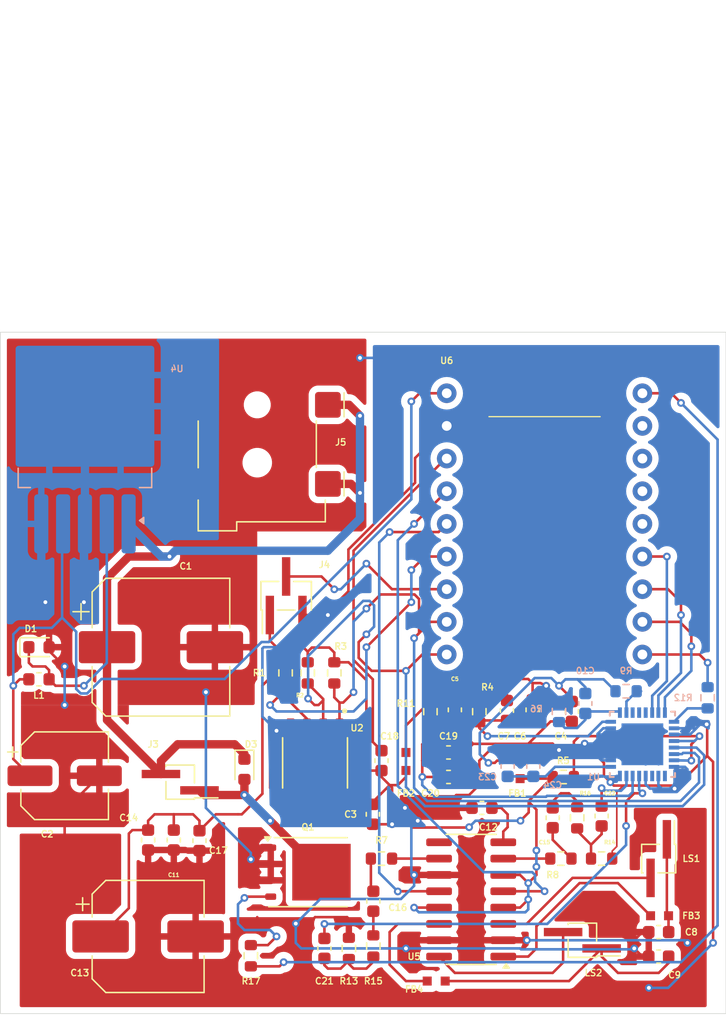
<source format=kicad_pcb>
(kicad_pcb (version 20240108) (generator "pcbnew") (generator_version "8.0")
  (layers (0 "F.Cu" signal "Front") (1 "In1.Cu" signal) (2 "In2.Cu" signal) (31 "B.Cu" signal "Back") (34 "B.Paste" user) (35 "F.Paste" user) (36 "B.SilkS" user "B.Silkscreen") (37 "F.SilkS" user "F.Silkscreen") (38 "B.Mask" user) (39 "F.Mask" user) (44 "Edge.Cuts" user))
  (net 0 "")
  (net 1 "GND")
  (net 2 "Net-(D3-K)")
  (net 3 "/BuckConverter/5V_OUT")
  (net 4 "+3V3")
  (net 5 "/AudioCodec/VDDD")
  (net 6 "/AudioCodec/VDDA")
  (net 7 "/AudioCodec/VADCP")
  (net 8 "Net-(C8-Pad1)")
  (net 9 "Net-(C9-Pad1)")
  (net 10 "Net-(U1-RESET)")
  (net 11 "Net-(U5-VREF)")
  (net 12 "/AudioAmplifier/L_IN")
  (net 13 "Net-(C15-Pad2)")
  (net 14 "/AudioAmplifier/R_IN")
  (net 15 "Net-(C16-Pad2)")
  (net 16 "Net-(U6-3V3_OUT)")
  (net 17 "/AudioCodec/VDDA(DA)")
  (net 18 "Net-(U1-VOUTR)")
  (net 19 "Net-(C21-Pad2)")
  (net 20 "Net-(C22-Pad1)")
  (net 21 "Net-(U1-VOUTL)")
  (net 22 "/AudioCodec/VREF")
  (net 23 "Net-(D1-K)")
  (net 24 "Net-(D3-A)")
  (net 25 "Net-(U5-LOUT+)")
  (net 26 "Net-(U5-ROUT-)")
  (net 27 "Net-(J4-Pin_2)")
  (net 28 "Net-(Q1-G)")
  (net 29 "/TempSensor/ALERT")
  (net 30 "/AudioCodec/SCL")
  (net 31 "/AudioCodec/SDA")
  (net 32 "/AudioCodec/A1")
  (net 33 "Net-(U5-INR)")
  (net 34 "Net-(U5-INL)")
  (net 35 "Net-(U1-VDDD)")
  (net 36 "/BuckConverter/PWM_IN")
  (net 37 "/CODEC.SYSCLK")
  (net 38 "Net-(U1-SYSCLK)")
  (net 40 "/CODEC.DATAI")
  (net 41 "/CODEC.BCKI")
  (net 44 "/CODEC.WSI")
  (net 48 "Net-(U5-ROUT+)")
  (net 49 "Net-(U5-LOUT-)")
  (net 50 "/AudioAmplifier/MUTE_IN")
  (net 51 "/AudioAmplifier/SHDN_IN")
  (footprint "Resistor_SMD:R_0603_1608Metric" (layer "F.Cu") (at 120 75.5 90)
    (property "Reference" "R17")
    (property "Value" "1k")
  )
  (footprint "Resistor_SMD:R_0603_1608Metric" (layer "F.Cu") (at 133.985 56.515 90)
    (property "Reference" "R11")
    (property "Value" "1")
  )
  (footprint "Capacitor_SMD:C_0603_1608Metric" (layer "F.Cu") (at 151.765 75.565 180)
    (property "Reference" "C9")
    (property "Value" "220p")
  )
  (footprint "Resistor_SMD:R_0603_1608Metric" (layer "F.Cu") (at 147.32 67.945)
    (property "Reference" "R14")
    (property "Value" "10k")
  )
  (footprint "Diode_SMD:D_0603_1608Metric" (layer "F.Cu") (at 103.5 51.5)
    (property "Reference" "D1")
    (property "Value" "1N5822")
  )
  (footprint "Capacitor_SMD:C_0603_1608Metric" (layer "F.Cu") (at 112 66.5 -90)
    (property "Reference" "C14")
    (property "Value" "1u")
  )
  (footprint "Capacitor_SMD:C_0603_1608Metric" (layer "F.Cu") (at 129.54 71.26 90)
    (property "Reference" "C16")
    (property "Value" "0.47u")
  )
  (footprint "Capacitor_SMD:CP_Elec_6.3x7.7" (layer "F.Cu") (at 105.5 61.5)
    (property "Reference" "C2")
    (property "Value" "220u")
  )
  (footprint "Package_TO_SOT_SMD:TDSON-8-1" (layer "F.Cu") (at 124.45 69)
    (property "Reference" "Q1")
    (property "Value" "FDMS86255")
  )
  (footprint "Capacitor_SMD:C_0603_1608Metric" (layer "F.Cu") (at 135.395 59.69 180)
    (property "Reference" "C19")
    (property "Value" "100u")
  )
  (footprint "OtherComponents:FerriteBead_742861160_0603" (layer "F.Cu") (at 133.735 77.47)
    (property "Reference" "FB4")
    (property "Value" "FerriteBead")
  )
  (footprint "Resistor_SMD:R_0603_1608Metric" (layer "F.Cu") (at 126.5 53.5 -90)
    (property "Reference" "R3")
    (property "Value" "4.7k")
  )
  (footprint "Connector_PinHeader_1.27mm:PinHeader_1x02_P1.27mm_Vertical_SMD_Pin1Left" (layer "F.Cu") (at 151.765 67.945 -90)
    (property "Reference" "LS1")
    (property "Value" "Speaker")
  )
  (footprint "Resistor_SMD:R_0603_1608Metric" (layer "F.Cu") (at 144.145 67.945 180)
    (property "Reference" "R8")
    (property "Value" "18k")
  )
  (footprint "Diode_SMD:D_0603_1608Metric" (layer "F.Cu") (at 119.5 61 -90)
    (property "Reference" "D3")
    (property "Value" "D")
  )
  (footprint "ESP32_C3_ZERO_Library:ESP32_C3_ZERO" (layer "F.Cu") (at 135.255 31.75)
    (property "Reference" "U6")
    (property "Value" "ESP32_C3_ZERO")
  )
  (footprint "Resistor_SMD:R_0603_1608Metric" (layer "F.Cu") (at 129.54 74.74 90)
    (property "Reference" "R15")
    (property "Value" "100")
  )
  (footprint "Capacitor_SMD:CP_Elec_10x12.5" (layer "F.Cu") (at 113 51.5)
    (property "Reference" "C1")
    (property "Value" "680u")
  )
  (footprint "Capacitor_SMD:C_0603_1608Metric" (layer "F.Cu") (at 143.51 64.77 -90)
    (property "Reference" "C15")
    (property "Value" "0.47u")
  )
  (footprint "OtherComponents:FerriteBead_742861160_0603" (layer "F.Cu") (at 151.13 72.39)
    (property "Reference" "FB3")
    (property "Value" "FerriteBead")
  )
  (footprint "TMP175AIDR:TMP-SOIC127P599X175-8N" (layer "F.Cu") (at 125 60.5 -90)
    (property "Reference" "U2")
    (property "Value" "TMP175AIDR")
  )
  (footprint "OtherComponents:FerriteBead_742861160_0603" (layer "F.Cu") (at 140.97 61.725 90)
    (property "Reference" "FB1")
    (property "Value" "FerriteBead" (hide yes))
  )
  (footprint "Resistor_SMD:R_0603_1608Metric" (layer "F.Cu") (at 130.175 67.945)
    (property "Reference" "R7")
    (property "Value" "18k")
  )
  (footprint "Resistor_SMD:R_0603_1608Metric" (layer "F.Cu") (at 145.415 64.77 90)
    (property "Reference" "R16")
    (property "Value" "100")
  )
  (footprint "Connector_PinHeader_1.27mm:PinHeader_1x02_P1.27mm_Vertical_SMD_Pin1Left" (layer "F.Cu") (at 145.82 74.295 180)
    (property "Reference" "LS2")
    (property "Value" "Speaker")
  )
  (footprint "Capacitor_SMD:C_0603_1608Metric" (layer "F.Cu") (at 139.945 56.425 -90)
    (property "Reference" "C7")
    (property "Value" "0.1u")
  )
  (footprint "Connector_PinHeader_1.27mm:PinHeader_1x03_P1.27mm_Vertical_SMD_Pin1Left" (layer "F.Cu") (at 122.75 47.5 90)
    (property "Reference" "J4")
    (property "Value" "Kitronik")
  )
  (footprint "Capacitor_SMD:C_0603_1608Metric" (layer "F.Cu") (at 147.32 64.63 90)
    (property "Reference" "C22")
    (property "Value" "47u")
  )
  (footprint "Connector_BarrelJack:BarrelJack_Wuerth_694106106102_2.0x5.5mm" (layer "F.Cu") (at 120.5 35.725 180)
    (property "Reference" "J5")
    (property "Value" "694106402002")
    (property "VALUE" "694106402002" (hide yes))
  )
  (footprint "Inductor_SMD:L_0603_1608Metric" (layer "F.Cu") (at 103.5 54)
    (property "Reference" "L1")
    (property "Value" "33u")
  )
  (footprint "Capacitor_SMD:C_0603_1608Metric" (layer "F.Cu") (at 116 66.55 -90)
    (property "Reference" "C17")
    (property "Value" "1u")
  )
  (footprint "Connector_PinHeader_1.27mm:PinHeader_1x02_P1.27mm_Vertical_SMD_Pin1Left" (layer "F.Cu") (at 114.5 62 180)
    (property "Reference" "J3")
    (property "Value" "Water_Pump")
  )
  (footprint "Capacitor_SMD:C_0603_1608Metric" (layer "F.Cu") (at 125.73 74.93 -90)
    (property "Reference" "C21")
    (property "Value" "47u")
  )
  (footprint "Capacitor_SMD:C_0603_1608Metric" (layer "F.Cu") (at 114 66.5 -90)
    (property "Reference" "C11")
    (property "Value" "1u")
  )
  (footprint "Capacitor_SMD:C_0603_1608Metric" (layer "F.Cu") (at 145 56.5 -90)
    (property "Reference" "C4")
    (property "Value" "100u")
  )
  (footprint "Capacitor_SMD:CP_Elec_8x10.5" (layer "F.Cu") (at 112 74)
    (property "Reference" "C13")
    (property "Value" "470u")
  )
  (footprint "Capacitor_SMD:C_0603_1608Metric" (layer "F.Cu") (at 141.945 56.375 -90)
    (property "Reference" "C6")
    (property "Value" "100u")
  )
  (footprint "Capacitor_SMD:C_0603_1608Metric" (layer "F.Cu") (at 151.765 73.66 180)
    (property "Reference" "C8")
    (property "Value" "220p")
  )
  (footprint "Resistor_SMD:R_0603_1608Metric" (layer "F.Cu") (at 127.635 74.93 -90)
    (property "Reference" "R13")
    (property "Value" "10k")
  )
  (footprint "Capacitor_SMD:C_0603_1608Metric" (layer "F.Cu") (at 138 64)
    (property "Reference" "C12")
    (property "Value" "0.1u")
  )
  (footprint "Resistor_SMD:R_0603_1608Metric" (layer "F.Cu") (at 124.43 53.5 -90)
    (property "Reference" "R2")
    (property "Value" "4.7k")
  )
  (footprint "Capacitor_SMD:C_0603_1608Metric" (layer "F.Cu") (at 135.89 56.375 -90)
    (property "Reference" "C5")
    (property "Value" "100u")
  )
  (footprint "Capacitor_SMD:C_0603_1608Metric" (layer "F.Cu") (at 129.5 64.5 -90)
    (property "Reference" "C3")
    (property "Value" "0.01u")
  )
  (footprint "Package_SO:SOP-16_3.9x9.9mm_P1.27mm" (layer "F.Cu") (at 137.16 71.12 180)
    (property "Reference" "U5")
    (property "Value" "PAM8403D" (hide yes))
  )
  (footprint "Capacitor_SMD:C_0603_1608Metric" (layer "F.Cu") (at 130.175 60.325 -90)
    (property "Reference" "C18")
    (property "Value" "0.01u")
  )
  (footprint "Capacitor_SMD:C_0603_1608Metric" (layer "F.Cu") (at 135.395 61.595 180)
    (property "Reference" "C20")
    (property "Value" "0.1u")
  )
  (footprint "Resistor_SMD:R_0603_1608Metric" (layer "F.Cu") (at 137.795 56.515 -90)
    (property "Reference" "R4")
    (property "Value" "100")
  )
  (footprint "Resistor_SMD:R_0603_1608Metric" (layer "F.Cu") (at 144.335 61.595 180)
    (property "Reference" "R5")
    (property "Value" "10k")
  )
  (footprint "Resistor_SMD:R_0603_1608Metric" (layer "F.Cu") (at 122.705 53.5 -90)
    (property "Reference" "R1")
    (property "Value" "4.7k")
  )
  (footprint "OtherComponents:FerriteBead_742861160_0603" (layer "F.Cu") (at 132.08 59.69 -90)
    (property "Reference" "FB2")
    (property "Value" "FB" (hide yes))
  )
  (footprint "Resistor_SMD:R_0603_1608Metric" (layer "B.Cu") (at 149.225 54.9275 180)
    (property "Reference" "R9")
    (property "Value" "10")
  )
  (footprint "Capacitor_SMD:C_0603_1608Metric" (layer "B.Cu") (at 146.05 55.88 -90)
    (property "Reference" "C10")
    (property "Value" "4.7u")
  )
  (footprint "Resistor_SMD:R_0603_1608Metric" (layer "B.Cu") (at 155.575 55.435 90)
    (property "Reference" "R12")
    (property "Value" "47")
  )
  (footprint "Capacitor_SMD:C_0603_1608Metric" (layer "B.Cu") (at 142 60.775 -90)
    (property "Reference" "C24")
    (property "Value" "100u")
  )
  (footprint "UDA1380HN_N2:QFN50P500X500X100-32N" (layer "B.Cu") (at 150.495 59.055 -90)
    (property "Reference" "U1")
    (property "Value" "UDA1380HN_N2")
  )
  (footprint "Resistor_SMD:R_0603_1608Metric" (layer "B.Cu") (at 144 56.5 -90)
    (property "Reference" "R6")
    (property "Value" "47k")
  )
  (footprint "Package_TO_SOT_SMD:TO-263-5_TabPin3" (layer "B.Cu") (at 107.08 34.26 90)
    (property "Reference" "U4")
    (property "Value" "LM2596S-5")
  )
  (footprint "Capacitor_SMD:C_0603_1608Metric" (layer "B.Cu") (at 140 60.775 -90)
    (property "Reference" "C23")
    (property "Value" "0.1u")
  )
  (gr_rect (start 100.5 27) (end 157 80) (stroke (width 0.05)) (fill none) (layer "Edge.Cuts"))
  (segment (start 124.5 73) (end 124.5 77.5) (width 0.2) (layer "F.Cu") (net 1))
  (segment (start 125.002 72.498) (end 125 72.5) (width 0.2) (layer "F.Cu") (net 1))
  (segment (start 126 48.75) (end 126 49) (width 0.2) (layer "F.Cu") (net 1))
  (segment (start 150.495 75.565) (end 149.86 74.93) (width 0.2) (layer "F.Cu") (net 1))
  (segment (start 108.2 61.5) (end 108.2 58.7) (width 0.2) (layer "F.Cu") (net 1))
  (segment (start 150.99 73.66) (end 150.495 73.66) (width 0.2) (layer "F.Cu") (net 1))
  (segment (start 120 68) (end 120.905 67.095) (width 0.6) (layer "F.Cu") (net 1))
  (segment (start 125.635 62.97) (end 125.635 64.365) (width 0.2) (layer "F.Cu") (net 1))
  (segment (start 107.5 79) (end 105.5 77) (width 0.2) (layer "F.Cu") (net 1))
  (segment (start 125.5 78.5) (end 150.5 78.5) (width 0.2) (layer "F.Cu") (net 1))
  (segment (start 141.605 59.02) (end 142.875 57.75) (width 0.2) (layer "F.Cu") (net 1))
  (segment (start 136.725 64) (end 136 64) (width 0.127) (layer "F.Cu") (net 1))
  (segment (start 136.64 59.69) (end 137.31 59.02) (width 0.2) (layer "F.Cu") (net 1))
  (segment (start 147.5 61.5) (end 148 62) (width 0.2) (layer "F.Cu") (net 1))
  (segment (start 148.145 67.945) (end 148.145 67.355) (width 0.127) (layer "F.Cu") (net 1))
  (segment (start 154.5 76.5) (end 152 79) (width 0.2) (layer "F.Cu") (net 1))
  (segment (start 120.905 67.095) (end 121.55 67.095) (width 0.6) (layer "F.Cu") (net 1))
  (segment (start 125.635 64.365) (end 125 65) (width 0.2) (layer "F.Cu") (net 1))
  (segment (start 154 74.5) (end 154.5 75) (width 0.2) (layer "F.Cu") (net 1))
  (segment (start 154.5 75) (end 154.5 76.5) (width 0.2) (layer "F.Cu") (net 1))
  (segment (start 156 74.5) (end 156 60.42) (width 0.2) (layer "F.Cu") (net 1))
  (segment (start 125.75 49) (end 125.75 49) (width 0.2) (layer "F.Cu") (net 1))
  (segment (start 123.095 58.03) (end 122.03 58.03) (width 0.2) (layer "F.Cu") (net 1))
  (segment (start 150.99 75.565) (end 150.495 75.565) (width 0.2) (layer "F.Cu") (net 1))
  (segment (start 132.79 36.79) (end 132.79 38.71) (width 0.2) (layer "F.Cu") (net 1))
  (segment (start 105.5 77) (end 105.5 64.2) (width 0.2) (layer "F.Cu") (net 1))
  (segment (start 107 45.5) (end 107 48) (width 0.65) (layer "F.Cu") (net 1))
  (segment (start 127.635 72.635) (end 127.498 72.498) (width 0.2) (layer "F.Cu") (net 1))
  (segment (start 121.5 62.44) (end 122.03 62.97) (width 0.2) (layer "F.Cu") (net 1))
  (segment (start 137.795 60.96) (end 137.795 60.325) (width 0.2) (layer "F.Cu") (net 1))
  (segment (start 120 68) (end 120 69) (width 0.6) (layer "F.Cu") (net 1))
  (segment (start 137.5 61.255) (end 137.795 60.96) (width 0.2) (layer "F.Cu") (net 1))
  (segment (start 148.5 67) (end 148.5 62.765) (width 0.127) (layer "F.Cu") (net 1))
  (segment (start 148.5 62.765) (end 149 62.265) (width 0.127) (layer "F.Cu") (net 1))
  (segment (start 152 79) (end 107.5 79) (width 0.2) (layer "F.Cu") (net 1))
  (segment (start 148.145 67.355) (end 148.5 67) (width 0.127) (layer "F.Cu") (net 1))
  (segment (start 122.03 58.03) (end 122 58) (width 0.2) (layer "F.Cu") (net 1))
  (segment (start 120 68) (end 120.365 68.365) (width 0.6) (layer "F.Cu") (net 1))
  (segment (start 104.2875 51.5) (end 104.2875 51.7875) (width 0.2) (layer "F.Cu") (net 1))
  (segment (start 125 72.5) (end 124.5 73) (width 0.2) (layer "F.Cu") (net 1))
  (segment (start 105.5 64.2) (end 108.2 61.5) (width 0.2) (layer "F.Cu") (net 1))
  (segment (start 137.5 62.5) (end 137.5 61.255) (width 0.2) (layer "F.Cu") (net 1))
  (segment (start 122 58) (end 121.5 58.5) (width 0.2) (layer "F.Cu") (net 1))
  (segment (start 142.5 59) (end 143.5 59) (width 0.2) (layer "F.Cu") (net 1))
  (segment (start 124.5 65) (end 125 65) (width 0.2) (layer "F.Cu") (net 1))
  (segment (start 143 54.5) (end 142.5575 54.2925) (width 0.2) (layer "F.Cu") (net 1))
  (segment (start 131 65.275) (end 125.275 65.275) (width 0.2) (layer "F.Cu") (net 1))
  (segment (start 141.9225 54.2925) (end 141.605 53.975) (width 0.2) (layer "F.Cu") (net 1))
  (segment (start 135.255 34.29) (end 133.95 35.595) (width 0.2) (layer "F.Cu") (net 1))
  (segment (start 134.66 69.215) (end 132.715 69.215) (width 0.2) (layer "F.Cu") (net 1))
  (segment (start 121.5 58.5) (end 121.5 62.44) (width 0.2) (layer "F.Cu") (net 1))
  (segment (start 139.065 59.055) (end 139.065 59.02) (width 0.2) (layer "F.Cu") (net 1))
  (segment (start 139.945 54.365) (end 139.945 55.65) (width 0.2) (layer "F.Cu") (net 1))
  (segment (start 143.5 59) (end 144 59.5) (width 0.2) (layer "F.Cu") (net 1))
  (segment (start 137.16 61.595) (end 137.795 60.96) (width 0.2) (layer "F.Cu") (net 1))
  (segment (start 135.5 64.5) (end 133.5 64.5) (width 0.127) (layer "F.Cu") (net 1))
  (segment (start 117.2 54.3) (end 117 54.5) (width 0.2) (layer "F.Cu") (net 1))
  (segment (start 133.5 64.5) (end 133 65) (width 0.127) (layer "F.Cu") (net 1))
  (segment (start 141.5 59.02) (end 141.605 59.02) (width 0.2) (layer "F.Cu") (net 1))
  (segment (start 142.875 54.61) (end 143 54.5) (width 0.2) (layer "F.Cu") (net 1))
  (segment (start 141.945 55.6) (end 141.945 54.315) (width 0.2) (layer "F.Cu") (net 1))
  (segment (start 132.79 38.71) (end 127.6 43.9) (width 0.2) (layer "F.Cu") (net 1))
  (segment (start 143.35 57.275) (end 142.875 57.75) (width 0.2) (layer "F.Cu") (net 1))
  (segment (start 146 59) (end 147.5 60.5) (width 0.2) (layer "F.Cu") (net 1))
  (segment (start 122.03 62.97) (end 123.095 62.97) (width 0.2) (layer "F.Cu") (net 1))
  (segment (start 133.95 35.63) (end 132.79 36.79) (width 0.2) (layer "F.Cu") (net 1))
  (segment (start 155.54 59.96) (end 153 62.5) (width 0.2) (layer "F.Cu") (net 1))
  (segment (start 132 64) (end 135 64) (width 0.2) (layer "F.Cu") (net 1))
  (segment (start 141.605 59.02) (end 141.625 59) (width 0.2) (layer "F.Cu") (net 1))
  (segment (start 141.945 54.315) (end 141.9225 54.2925) (width 0.2) (layer "F.Cu") (net 1))
  (segment (start 150.5 78.5) (end 151 78) (width 0.2) (layer "F.Cu") (net 1))
  (segment (start 124.02 49) (end 126 49) (width 0.2) (layer "F.Cu") (net 1))
  (segment (start 147.5 60.5) (end 147.5 61.5) (width 0.2) (layer "F.Cu") (net 1))
  (segment (start 123.095 64.595) (end 123.5 65) (width 0.2) (layer "F.Cu") (net 1))
  (segment (start 137 63) (end 137.5 62.5) (width 0.2) (layer "F.Cu") (net 1))
  (segment (start 136.17 59.69) (end 136.64 59.69) (width 0.2) (layer "F.Cu") (net 1))
  (segment (start 117.2 51.5) (end 118 51.5) (width 0.2) (layer "F.Cu") (net 1))
  (segment (start 149.86 74.93) (end 149.86 74.295) (width 0.2) (layer "F.Cu") (net 1))
  (segment (start 136 64) (end 135.5 64.5) (width 0.127) (layer "F.Cu") (net 1))
  (segment (start 134.66 74.295) (end 132.715 74.295) (width 0.2) (layer "F.Cu") (net 1))
  (segment (start 124.365 62.97) (end 124.365 64.865) (width 0.2) (layer "F.Cu") (net 1))
  (segment (start 104.2875 51.7875) (end 105.5 53) (width 0.2) (layer "F.Cu") (net 1))
  (segment (start 153 62.5) (end 152.765 62.265) (width 0.2) (layer "F.Cu") (net 1))
  (segment (start 137.31 59.02) (end 135.89 57.6) (width 0.2) (layer "F.Cu") (net 1))
  (segment (start 152.765 62.265) (end 149 62.265) (width 0.2) (layer "F.Cu") (net 1))
  (segment (start 124.5 77.5) (end 125.5 78.5) (width 0.2) (layer "F.Cu") (net 1))
  (segment (start 127.635 72.635) (end 127.635 74.105) (width 0.2) (layer "F.Cu") (net 1))
  (segment (start 127.498 72.498) (end 125.002 72.498) (width 0.2) (layer "F.Cu") (net 1))
  (segment (start 132.715 74.295) (end 132.08 74.93) (width 0.2) (layer "F.Cu") (net 1))
  (segment (start 150.0775 74.0775) (end 149.86 74.295) (width 0.2) (layer "F.Cu") (net 1))
  (segment (start 155.54 57.54) (end 155.54 59.96) (width 0.2) (layer "F.Cu") (net 1))
  (segment (start 136 63) (end 137 63) (width 0.2) (layer "F.Cu") (net 1))
  (segment (start 120 69) (end 120.635 69.635) (width 0.6) (layer "F.Cu") (net 1))
  (segment (start 135.89 57.6) (end 135.89 57.15) (width 0.2) (layer "F.Cu") (net 1))
  (segment (start 136.17 61.595) (end 137.16 61.595) (width 0.2) (layer "F.Cu") (net 1))
  (segment (start 156 60.42) (end 155.54 59.96) (width 0.2) (layer "F.Cu") (net 1))
  (segment (start 135 64) (end 136 63) (width 0.2) (layer "F.Cu") (net 1))
  (segment (start 127.6 47.15) (end 126 48.75) (width 0.2) (layer "F.Cu") (net 1))
  (segment (start 141.5 74.295) (end 141.605 74.295) (width 0.2) (layer "F.Cu") (net 1))
  (segment (start 123.5 65) (end 124.5 65) (width 0.2) (layer "F.Cu") (net 1))
  (segment (start 141.605 53.975) (end 140.335 53.975) (width 0.2) (layer "F.Cu") (net 1))
  (segment (start 142.5575 54.2925) (end 141.9225 54.2925) (width 0.2) (layer "F.Cu") (net 1))
  (segment (start 137.795 60.325) (end 139.065 59.055) (width 0.2) (layer "F.Cu") (net 1))
  (segment (start 125.275 65.275) (end 125 65) (width 0.2) (layer "F.Cu") (net 1))
  (segment (start 145 57.275) (end 143.35 57.275) (width 0.2) (layer "F.Cu") (net 1))
  (segment (start 120.498 72.498) (end 120.5 72.5) (width 0.2) (layer "F.Cu") (net 1))
  (segment (start 149 62.265) (end 148.265 62.265) (width 0.2) (layer "F.Cu") (net 1))
  (segment (start 148.265 62.265) (end 148 62) (width 0.2) (layer "F.Cu") (net 1))
  (segment (start 155.5 57.5) (end 155.54 57.54) (width 0.2) (layer "F.Cu") (net 1))
  (segment (start 127.6 43.9) (end 127.6 47.15) (width 0.2) (layer "F.Cu") (net 1))
  (segment (start 120.635 69.635) (end 121.55 69.635) (width 0.6) (layer "F.Cu") (net 1))
  (segment (start 117.2 51.5) (end 117.2 54.3) (width 0.2) (layer "F.Cu") (net 1))
  (segment (start 108.2 58.7) (end 105.5 56) (width 0.2) (layer "F.Cu") (net 1))
  (segment (start 141.5 59.02) (end 139.065 59.02) (width 0.2) (layer "F.Cu") (net 1))
  (segment (start 124.365 64.865) (end 124.5 65) (width 0.2) (layer "F.Cu") (net 1))
  (segment (start 123.095 62.97) (end 123.095 64.595) (width 0.2) (layer "F.Cu") (net 1))
  (segment (start 142.875 57.75) (end 142.875 54.61) (width 0.2) (layer "F.Cu") (net 1))
  (segment (start 141.625 59) (end 142.5 59) (width 0.2) (layer "F.Cu") (net 1))
  (segment (start 139.66 74.295) (end 141.5 74.295) (width 0.2) (layer "F.Cu") (net 1))
  (segment (start 120.365 68.365) (end 121.55 68.365) (width 0.6) (layer "F.Cu") (net 1))
  (segment (start 140.335 53.975) (end 139.945 54.365) (width 0.2) (layer "F.Cu") (net 1))
  (segment (start 150.495 73.66) (end 150.0775 74.0775) (width 0.2) (layer "F.Cu") (net 1))
  (segment (start 139.065 59.02) (end 137.31 59.02) (width 0.2) (layer "F.Cu") (net 1))
  (segment (start 117 54.5) (end 116.5 55) (width 0.2) (layer "F.Cu") (net 1))
  (segment (start 133.95 35.595) (end 133.95 35.63) (width 0.2) (layer "F.Cu") (net 1))
  (via (at 132.08 74.93) (size 0.6) (drill 0.3) (layers "F.Cu" "B.Cu") (net 1))
  (via (at 153 62.5) (size 0.6) (drill 0.3) (layers "F.Cu" "B.Cu") (net 1))
  (via (at 133 65) (size 0.6) (drill 0.3) (layers "F.Cu" "B.Cu") (net 1))
  (via (at 143 54.5) (size 0.6) (drill 0.3) (layers "F.Cu" "B.Cu") (net 1))
  (via (at 149.86 74.93) (size 0.6) (drill 0.3) (layers "F.Cu" "B.Cu") (net 1))
  (via (at 105.5 56) (size 0.6) (drill 0.3) (layers "F.Cu" "B.Cu") (net 1))
  (via (at 131 65.275) (size 0.6) (drill 0.3) (layers "F.Cu" "B.Cu") (net 1))
  (via (at 146 59) (size 0.6) (drill 0.3) (layers "F.Cu" "B.Cu") (net 1))
  (via (at 126 49) (size 0.6) (drill 0.3) (layers "F.Cu" "B.Cu") (net 1))
  (via (at 120 68) (size 0.6) (drill 0.3) (layers "F.Cu" "B.Cu") (net 1))
  (via (at 151 78) (size 0.6) (drill 0.3) (layers "F.Cu" "B.Cu") (net 1))
  (via (at 107 48) (size 0.6) (drill 0.3) (layers "F.Cu" "B.Cu") (net 1))
  (via (at 141.5 74.295) (size 0.6) (drill 0.3) (layers "F.Cu" "B.Cu") (net 1))
  (via (at 128.5 29) (size 0.6) (drill 0.3) (layers "F.Cu" "B.Cu") (net 1))
  (via (at 123.5 73) (size 0.6) (drill 0.3) (layers "F.Cu" "B.Cu") (net 1))
  (via (at 132.715 69.215) (size 0.6) (drill 0.3) (layers "F.Cu" "B.Cu") (net 1))
  (via (at 104 48) (size 0.6) (drill 0.3) (layers "F.Cu" "B.Cu") (net 1))
  (via (at 154 74.5) (size 0.6) (drill 0.3) (layers "F.Cu" "B.Cu") (net 1))
  (via (at 155.5 57.5) (size 0.6) (drill 0.3) (layers "F.Cu" "B.Cu") (net 1))
  (via (at 105.5 53) (size 0.6) (drill 0.3) (layers "F.Cu" "B.Cu") (net 1))
  (via (at 156 74.5) (size 0.6) (drill 0.3) (layers "F.Cu" "B.Cu") (net 1))
  (via (at 144 59.5) (size 0.6) (drill 0.3) (layers "F.Cu" "B.Cu") (net 1))
  (via (at 116.5 55) (size 0.6) (drill 0.3) (layers "F.Cu" "B.Cu") (net 1))
  (via (at 148 62) (size 0.6) (drill 0.3) (layers "F.Cu" "B.Cu") (net 1))
  (via (at 122 58) (size 0.6) (drill 0.3) (layers "F.Cu" "B.Cu") (net 1))
  (via (at 132 64) (size 0.6) (drill 0.3) (layers "F.Cu" "B.Cu") (net 1))
  (segment (start 147.207 58.293) (end 147 58.5) (width 0.2) (layer "B.Cu") (net 1))
  (segment (start 132.715 70.063529) (end 132.715 69.215) (width 0.2) (layer "B.Cu") (net 1))
  (segment (start 147 59.5) (end 147 60) (width 0.2) (layer "B.Cu") (net 1))
  (segment (start 154.6704 57.8104) (end 154.68 57.82) (width 0.2) (layer "B.Cu") (net 1))
  (segment (start 142 60) (end 140 60) (width 0.2) (layer "B.Cu") (net 1))
  (segment (start 152.9588 58.293) (end 154.207 58.293) (width 0.2) (layer "B.Cu") (net 1))
  (segment (start 123.5 73) (end 123.5 74.5) (width 0.2) (layer "B.Cu") (net 1))
  (segment (start 148.0312 58.801) (end 147.199 58.801) (width 0.2) (layer "B.Cu") (net 1))
  (segment (start 152.5 78) (end 156 74.5) (width 0.2) (layer "B.Cu") (net 1))
  (segment (start 143.5 60) (end 144 59.5) (width 0.2) (layer "B.Cu") (net 1))
  (segment (start 103.68 47.68) (end 104 48) (width 0.65) (layer "B.Cu") (net 1))
  (segment (start 144 55.675) (end 144 55.5) (width 0.2) (layer "B.Cu") (net 1))
  (segment (start 148.0312 58.293) (end 147.207 58.293) (width 0.2) (layer "B.Cu") (net 1))
  (segment (start 151.7396 61.5188) (end 151.7396 62.2396) (width 0.2) (layer "B.Cu") (net 1))
  (segment (start 148.0312 59.309) (end 147.191 59.309) (width 0.2) (layer "B.Cu") (net 1))
  (segment (start 146 59) (end 147 59) (width 0.2) (layer "B.Cu") (net 1))
  (segment (start 147 60) (end 147.2996 60.2996) (width 0.2) (layer "B.Cu") (net 1))
  (segment (start 150.749 61.5188) (end 150.749 62.1696) (width 0.2) (layer "B.Cu") (net 1))
  (segment (start 120.9 51.6) (end 121 51.5) (width 0.2) (layer "B.Cu") (net 1))
  (segment (start 123.5 74.5) (end 123.93 74.93) (width 0.2) (layer "B.Cu") (net 1))
  (segment (start 141.5 74.295) (end 153.795 74.295) (width 0.2) (layer "B.Cu") (net 1))
  (segment (start 152 62.5) (end 153 62.5) (width 0.2) (layer "B.Cu") (net 1))
  (segment (start 153.8076 60.8076) (end 154 61) (width 0.2) (layer "B.Cu") (net 1))
  (segment (start 147.183 59.817) (end 147 60) (width 0.2) (layer "B.Cu") (net 1))
  (segment (start 105.5 53) (end 105.5 52.795) (width 0.2) (layer "B.Cu") (net 1))
  (segment (start 132.5 69) (end 132.5 65.5) (width 0.2) (layer "B.Cu") (net 1))
  (segment (start 144 55.5) (end 143 54.5) (width 0.2) (layer "B.Cu") (net 1))
  (segment (start 148.2852 59.055) (end 148.0312 58.801) (width 0.2) (layer "B.Cu") (net 1))
  (segment (start 128.5 29) (end 130 29) (width 0.2) (layer "B.Cu") (net 1))
  (segment (start 123.93 74.93) (end 132.08 74.93) (width 0.2) (layer "B.Cu") (net 1))
  (segment (start 146 59) (end 145.5 59.5) (width 0.2) (layer "B.Cu") (net 1))
  (segment (start 149.79 75) (end 149.86 74.93) (width 0.2) (layer "B.Cu") (net 1))
  (segment (start 153 62.5) (end 154 61.5) (width 0.2) (layer "B.Cu") (net 1))
  (segment (start 116.5 64) (end 116.5 55) (width 0.2) (layer "B.Cu") (net 1))
  (segment (start 150.749 62.1696) (end 151.0794 62.5) (width 0.2) (layer "B.Cu") (net 1))
  (segment (start 131.693529 71.085) (end 132.715 70.063529) (width 0.2) (layer "B.Cu") (net 1))
  (segment (start 125.415 71.085) (end 131.693529 71.085) (width 0.2) (layer "B.Cu") (net 1))
  (segment (start 103.68 41.91) (end 103.68 47.68) (width 0.65) (layer "B.Cu") (net 1))
  (segment (start 147 59) (end 147 59.5) (width 0.2) (layer "B.Cu") (net 1))
  (segment (start 132.715 69.285) (end 132.715 69.215) (width 0.2) (layer "B.Cu") (net 1))
  (segment (start 154.5 58) (end 155 57.5) (width 0.2) (layer "B.Cu") (net 1))
  (segment (start 155 57.5) (end 155.5 57.5) (width 0.2) (layer "B.Cu") (net 1))
  (segment (start 107 41.99) (end 107.08 41.91) (width 0.65) (layer "B.Cu") (net 1))
  (segment (start 123.5 51.5) (end 126 49) (width 0.2) (layer "B.Cu") (net 1))
  (segment (start 122 58) (end 120.9 56.9) (width 0.2) (layer "B.Cu") (net 1))
  (segment (start 154.207 58.293) (end 154.68 57.82) (width 0.2) (layer "B.Cu") (net 1))
  (segment (start 107 48) (end 107 41.99) (width 0.65) (layer "B.Cu") (net 1))
  (segment (start 147.191 59.309) (end 147 59.5) (width 0.2) (layer "B.Cu") (net 1))
  (segment (start 147 58.5) (end 147 59) (width 0.2) (layer "B.Cu") (net 1))
  (segment (start 131 65.275) (end 131 65) (width 0.2) (layer "B.Cu") (net 1))
  (segment (start 152.9588 60.8076) (end 153.8076 60.8076) (width 0.2) (layer "B.Cu") (net 1))
  (segment (start 148.0312 59.817) (end 147.183 59.817) (width 0.2) (layer "B.Cu") (net 1))
  (segment (start 140.97 74.93) (end 141.04 75) (width 0.2) (layer "B.Cu") (net 1))
  (segment (start 123.5 73) (end 125.415 71.085) (width 0.2) (layer "B.Cu") (net 1))
  (segment (start 141.04 75) (end 149.79 75) (width 0.2) (layer "B.Cu") (net 1))
  (segment (start 105.5 56) (end 105.5 53) (width 0.2) (layer "B.Cu") (net 1))
  (segment (start 120.9 56.9) (end 120.9 51.6) (width 0.2) (layer "B.Cu") (net 1))
  (segment (start 148.7424 61.5188) (end 148.4812 61.5188) (width 0.2) (layer "B.Cu") (net 1))
  (segment (start 148.0312 57.8104) (end 147.438086 57.8104) (width 0.2) (layer "B.Cu") (net 1))
  (segment (start 132.715 69.215) (end 132.5 69) (width 0.2) (layer "B.Cu") (net 1))
  (segment (start 145.5 59.5) (end 144 59.5) (width 0.2) (layer "B.Cu") (net 1))
  (segment (start 151.7396 62.2396) (end 152 62.5) (width 0.2) (layer "B.Cu") (net 1))
  (segment (start 121 51.5) (end 123.5 51.5) (width 0.2) (layer "B.Cu") (net 1))
  (segment (start 153.795 74.295) (end 154 74.5) (width 0.2) (layer "B.Cu") (net 1))
  (segment (start 143.5 60) (end 141.5 60) (width 0.2) (layer "B.Cu") (net 1))
  (segment (start 107.08 41.91) (end 107.08 32.76) (width 0.65) (layer "B.Cu") (net 1))
  (segment (start 120 68) (end 120 67.5) (width 0.2) (layer "B.Cu") (net 1))
  (segment (start 148.4812 61.5188) (end 148 62) (width 0.2) (layer "B.Cu") (net 1))
  (segment (start 151.0794 62.5) (end 152 62.5) (width 0.2) (layer "B.Cu") (net 1))
  (segment (start 147 58.248486) (end 147 58.5) (width 0.2) (layer "B.Cu") (net 1))
  (segment (start 131 65) (end 132 64) (width 0.2) (layer "B.Cu") (net 1))
  (segment (start 147.438086 57.8104) (end 147 58.248486) (width 0.2) (layer "B.Cu") (net 1))
  (segment (start 132.08 74.93) (end 140.97 74.93) (width 0.2) (layer "B.Cu") (net 1))
  (segment (start 150.495 59.055) (end 148.2852 59.055) (width 0.2) (layer "B.Cu") (net 1))
  (segment (start 147.2996 60.2996) (end 148.0312 60.2996) (width 0.2) (layer "B.Cu") (net 1))
  (segment (start 132.5 65.5) (end 133 65) (width 0.2) (layer "B.Cu") (net 1))
  (segment (start 147.199 58.801) (end 147 59) (width 0.2) (layer "B.Cu") (net 1))
  (segment (start 148.0312 57.8104) (end 147.6896 57.8104) (width 0.2) (layer "B.Cu") (net 1))
  (segment (start 154.68 57.82) (end 154.5 58) (width 0.2) (layer "B.Cu") (net 1))
  (segment (start 151 78) (end 152.5 78) (width 0.2) (layer "B.Cu") (net 1))
  (segment (start 120 67.5) (end 116.5 64) (width 0.2) (layer "B.Cu") (net 1))
  (segment (start 154 61.5) (end 154 61) (width 0.2) (layer "B.Cu") (net 1))
  (segment (start 152.9588 57.8104) (end 154.6704 57.8104) (width 0.2) (layer "B.Cu") (net 1))
  (segment (start 127.8 38.8) (end 128.5 39.5) (width 0.65) (layer "F.Cu") (net 2))
  (segment (start 113.665 44.45) (end 110.49 44.45) (width 0.65) (layer "F.Cu") (net 2))
  (segment (start 113 60.355) (end 114.3 59.055) (width 0.65) (layer "F.Cu") (net 2))
  (segment (start 127.65 32.65) (end 128.5 33.5) (width 0.65) (layer "F.Cu") (net 2))
  (segment (start 114.3 59.055) (end 118.745 59.055) (width 0.65) (layer "F.Cu") (net 2))
  (segment (start 126 38.8) (end 127.8 38.8) (width 0.65) (layer "F.Cu") (net 2))
  (segment (start 110.49 44.45) (end 108.8 46.14) (width 0.65) (layer "F.Cu") (net 2))
  (segment (start 126 32.65) (end 127.65 32.65) (width 0.65) (layer "F.Cu") (net 2))
  (segment (start 119.5 59.81) (end 119.5 60.2125) (width 0.65) (layer "F.Cu") (net 2))
  (segment (start 108.8 51.5) (end 108.8 57.165) (width 0.65) (layer "F.Cu") (net 2))
  (segment (start 113 61.365) (end 113 60.355) (width 0.65) (layer "F.Cu") (net 2))
  (segment (start 118.745 59.055) (end 119.5 59.81) (width 0.65) (layer "F.Cu") (net 2))
  (segment (start 108.8 46.14) (end 108.8 51.5) (width 0.65) (layer "F.Cu") (net 2))
  (segment (start 108.8 57.165) (end 113 61.365) (width 0.65) (layer "F.Cu") (net 2))
  (via (at 128.5 39.5) (size 0.6) (drill 0.3) (layers "F.Cu" "B.Cu") (net 2))
  (via (at 128.5 33.5) (size 0.6) (drill 0.3) (layers "F.Cu" "B.Cu") (net 2))
  (via (at 113.665 44.45) (size 0.6) (drill 0.3) (layers "F.Cu" "B.Cu") (net 2))
  (segment (start 113.02 44.45) (end 110.48 41.91) (width 0.65) (layer "B.Cu") (net 2))
  (segment (start 128.5 39.5) (end 128.5 41.5) (width 0.65) (layer "B.Cu") (net 2))
  (segment (start 128.5 33.5) (end 128.5 39.5) (width 0.65) (layer "B.Cu") (net 2))
  (segment (start 114.5 44) (end 114.115 44) (width 0.65) (layer "B.Cu") (net 2))
  (segment (start 114.115 44) (end 113.665 44.45) (width 0.65) (layer "B.Cu") (net 2))
  (segment (start 113.665 44.45) (end 113.02 44.45) (width 0.65) (layer "B.Cu") (net 2))
  (segment (start 126 44) (end 114.5 44) (width 0.65) (layer "B.Cu") (net 2))
  (segment (start 128.5 41.5) (end 126 44) (width 0.65) (layer "B.Cu") (net 2))
  (segment (start 101.5 54.5) (end 102 54) (width 0.2) (layer "F.Cu") (net 3))
  (segment (start 102.8 61.5) (end 101.5 60.2) (width 0.2) (layer "F.Cu") (net 3))
  (segment (start 102 54) (end 102.7125 54) (width 0.2) (layer "F.Cu") (net 3))
  (segment (start 132.5 32.385) (end 133.135 31.75) (width 0.2) (layer "F.Cu") (net 3))
  (segment (start 133.135 31.75) (end 135.255 31.75) (width 0.2) (layer "F.Cu") (net 3))
  (segment (start 101.5 60.2) (end 101.5 54.5) (width 0.2) (layer "F.Cu") (net 3))
  (via (at 101.5 54.5) (size 0.6) (drill 0.3) (layers "F.Cu" "B.Cu") (net 3))
  (via (at 132.5 32.385) (size 0.6) (drill 0.3) (layers "F.Cu" "B.Cu") (net 3))
  (segment (start 120.834314 51.1) (end 117.959314 53.975) (width 0.2) (layer "B.Cu") (net 3))
  (segment (start 106.751471 55.1) (end 106.4 54.748529) (width 0.2) (layer "B.Cu") (net 3))
  (segment (start 132.5 40) (end 121.4 51.1) (width 0.2) (layer "B.Cu") (net 3))
  (segment (start 104.5 50) (end 102 50) (width 0.2) (layer "B.Cu") (net 3))
  (segment (start 107.248529 55.1) (end 106.751471 55.1) (width 0.2) (layer "B.Cu") (net 3))
  (segment (start 106.4 50.3) (end 105.3 49.2) (width 0.2) (layer "B.Cu") (net 3))
  (segment (start 108.373529 53.975) (end 107.248529 55.1) (width 0.2) (layer "B.Cu") (net 3))
  (segment (start 105.3 41.99) (end 105.38 41.91) (width 0.2) (layer "B.Cu") (net 3))
  (segment (start 105.3 49.2) (end 105.3 41.99) (width 0.2) (layer "B.Cu") (net 3))
  (segment (start 117.959314 53.975) (end 108.373529 53.975) (width 0.2) (layer "B.Cu") (net 3))
  (segment (start 132.5 32.385) (end 132.5 40) (width 0.2) (layer "B.Cu") (net 3))
  (segment (start 101.5 50.5) (end 101.5 54.5) (width 0.2) (layer "B.Cu") (net 3))
  (segment (start 102 50) (end 101.5 50.5) (width 0.2) (layer "B.Cu") (net 3))
  (segment (start 106.4 54.748529) (end 106.4 50.3) (width 0.2) (layer "B.Cu") (net 3))
  (segment (start 105.3 49.2) (end 104.5 50) (width 0.2) (layer "B.Cu") (net 3))
  (segment (start 121.4 51.1) (end 120.834314 51.1) (width 0.2) (layer "B.Cu") (net 3))
  (segment (start 142.24 69.215) (end 142.24 68.58) (width 0.2) (layer "F.Cu") (net 4))
  (segment (start 140.97 71.755) (end 141.605 71.12) (width 0.2) (layer "F.Cu") (net 4))
  (segment (start 119.3 64.5) (end 119 64.5) (width 0.2) (layer "F.Cu") (net 4))
  (segment (start 120.9 62.9) (end 120.9 54.48) (width 0.2) (layer "F.Cu") (net 4))
  (segment (start 126.5 52.675) (end 126.5 51.92) (width 0.2) (layer "F.Cu") (net 4))
  (segment (start 127.609314 52.675) (end 126.5 52.675) (width 0.2) (layer "F.Cu") (net 4))
  (segment (start 132.554 65.527) (end 131 63.973) (width 0.2) (layer "F.Cu") (net 4))
  (segment (start 129 61.1) (end 130.175 61.1) (width 0.2) (layer "F.Cu") (net 4))
  (segment (start 122.705 52.675) (end 122.705 51.935) (width 0.2) (layer "F.Cu") (net 4))
  (segment (start 122.03 51.53) (end 123.11 51.53) (width 0.2) (layer "F.Cu") (net 4))
  (segment (start 131 63.973) (end 131 62.42) (width 0.2) (layer "F.Cu") (net 4))
  (segment (start 129.5 63.54) (end 130.81 62.23) (width 0.2) (layer "F.Cu") (net 4))
  (segment (start 124.43 51.85) (end 124.43 52.675) (width 0.2) (layer "F.Cu") (net 4))
  (segment (start 126.11 51.53) (end 124.75 51.53) (width 0.2) (layer "F.Cu") (net 4))
  (segment (start 116 65) (end 116 65.775) (width 0.2) (layer "F.Cu") (net 4))
  (segment (start 110.5 66) (end 110.5 71.8) (width 0.2) (layer "F.Cu") (net 4))
  (segment (start 126.5 51.92) (end 126.11 51.53) (width 0.2) (layer "F.Cu") (net 4))
  (segment (start 142.24 64.135) (end 142.24 67.31) (width 0.2) (layer "F.Cu") (net 4))
  (segment (start 123.11 51.53) (end 124.11 51.53) (width 0.2) (layer "F.Cu") (net 4))
  (segment (start 140.97 69.215) (end 141.605 69.85) (width 0.2) (layer "F.Cu") (net 4))
  (segment (start 139.66 71.755) (end 140.97 71.755) (width 0.2) (layer "F.Cu") (net 4))
  (segment (start 110.5 71.8) (end 108.3 74) (width 0.2) (layer "F.Cu") (net 4))
  (segment (start 141.64 63.465) (end 141.64 63.535) (width 0.2) (layer "F.Cu") (net 4))
  (segment (start 121.48 49) (end 121.48 50.98) (width 0.2) (layer "F.Cu") (net 4))
  (segment (start 129 54.065686) (end 127.609314 52.675) (width 0.2) (layer "F.Cu") (net 4))
  (segment (start 121.48 50.98) (end 122.03 51.53) (width 0.2) (layer "F.Cu") (net 4))
  (segment (start 141.64 63.535) (end 142.24 64.135) (width 0.2) (layer "F.Cu") (net 4))
  (segment (start 116 65.775) (end 117.275 64.5) (width 0.2) (layer "F.Cu") (net 4))
  (segment (start 140.97 61.725) (end 143.38 61.725) (width 0.2) (layer "F.Cu") (net 4))
  (segment (start 112 65) (end 112.5 64.5) (width 0.2) (layer "F.Cu") (net 4))
  (segment (start 141.64 63.535) (end 141.64 64.36) (width 0.2) (layer "F.Cu") (net 4))
  (segment (start 131 62.42) (end 130.81 62.23) (width 0.2) (layer "F.Cu") (net 4))
  (segment (start 141.64 63.465) (end 143.51 61.595) (width 0.2) (layer "F.Cu") (net 4))
  (segment (start 132.08 61.09) (end 132.08 61.595) (width 0.2) (layer "F.Cu") (net 4))
  (segment (start 129.5 63.725) (end 129.5 63.54) (width 0.2) (layer "F.Cu") (net 4))
  (segment (start 115.5 64.5) (end 116 65) (width 0.2) (layer "F.Cu") (net 4))
  (segment (start 143.38 61.725) (end 143.51 61.595) (width 0.2) (layer "F.Cu") (net 4))
  (segment (start 139.66 69.215) (end 140.97 69.215) (width 0.2) (layer "F.Cu") (net 4))
  (segment (start 124.11 51.53) (end 124.43 51.85) (width 0.2) (layer "F.Cu") (net 4))
  (segment (start 141.64 64.36) (end 141 65) (width 0.2) (layer "F.Cu") (net 4))
  (segment (start 131.445 62.23) (end 130.81 62.23) (width 0.2) (layer "F.Cu") (net 4))
  (segment (start 110.5 66) (end 110.775 65.725) (width 0.2) (layer "F.Cu") (net 4))
  (segment (start 129 60.875) (end 129 54.065686) (width 0.2) (layer "F.Cu") (net 4))
  (segment (start 141.605 69.85) (end 142.24 69.215) (width 0.2) (layer "F.Cu") (net 4))
  (segment (start 114 64.5) (end 115.5 64.5) (width 0.2) (layer "F.Cu") (net 4))
  (segment (start 120.9 62.9) (end 119.3 64.5) (width 0.2) (layer "F.Cu") (net 4))
  (segment (start 124.75 51.53) (end 124.43 51.85) (width 0.2) (layer "F.Cu") (net 4))
  (segment (start 126.905 62.97) (end 128.775 61.1) (width 0.2) (layer "F.Cu") (net 4))
  (segment (start 110.775 65.725) (end 112 65.725) (width 0.2) (layer "F.Cu") (net 4))
  (segment (start 128.775 61.1) (end 129 60.875) (width 0.2) (layer "F.Cu") (net 4))
  (segment (start 112.5 64.5) (end 114 64.5) (width 0.2) (layer "F.Cu") (net 4))
  (segment (start 122.705 51.935) (end 123.11 51.53) (width 0.2) (layer "F.Cu") (net 4))
  (segment (start 132.08 61.595) (end 131.445 62.23) (width 0.2) (layer "F.Cu") (net 4))
  (segment (start 114 64.5) (end 114 65.725) (width 0.2) (layer "F.Cu") (net 4))
  (segment (start 134.66 71.755) (end 132.715 71.755) (width 0.2) (layer "F.Cu") (net 4))
  (segment (start 117.275 64.5) (end 119 64.5) (width 0.2) (layer "F.Cu") (net 4))
  (segment (start 137 65.5) (end 136.973 65.527) (width 0.2) (layer "F.Cu") (net 4))
  (segment (start 130.175 61.595) (end 130.81 62.23) (width 0.2) (layer "F.Cu") (net 4))
  (segment (start 112 65.725) (end 112 65) (width 0.2) (layer "F.Cu") (net 4))
  (segment (start 136.973 65.527) (end 132.554 65.527) (width 0.2) (layer "F.Cu") (net 4))
  (segment (start 120.9 54.48) (end 122.705 52.675) (width 0.2) (layer "F.Cu") (net 4))
  (segment (start 128.775 61.1) (end 129 61.1) (width 0.2) (layer "F.Cu") (net 4))
  (via (at 141.605 69.85) (size 0.6) (drill 0.3) (layers "F.Cu" "B.Cu") (net 4))
  (via (at 137 65.5) (size 0.6) (drill 0.3) (layers "F.Cu" "B.Cu") (net 4))
  (via (at 132.715 71.755) (size 0.6) (drill 0.3) (layers "F.Cu" "B.Cu") (net 4))
  (via (at 142.24 68.58) (size 0.6) (drill 0.3) (layers "F.Cu" "B.Cu") (net 4))
  (via (at 142.24 67.31) (size 0.6) (drill 0.3) (layers "F.Cu" "B.Cu") (net 4))
  (via (at 141 65) (size 0.6) (drill 0.3) (layers "F.Cu" "B.Cu") (net 4))
  (via (at 141.605 71.12) (size 0.6) (drill 0.3) (layers "F.Cu" "B.Cu") (net 4))
  (segment (start 141.605 69.85) (end 141.605 71.12) (width 0.2) (layer "B.Cu") (net 4))
  (segment (start 132.715 71.755) (end 133.08 72.12) (width 0.2) (layer "B.Cu") (net 4))
  (segment (start 141.38 72.12) (end 141.605 71.895) (width 0.2) (layer "B.Cu") (net 4))
  (segment (start 141.605 70.906471) (end 141.605 71.12) (width 0.2) (layer "B.Cu") (net 4))
  (segment (start 141.605 71.895) (end 141.605 71.12) (width 0.2) (layer "B.Cu") (net 4))
  (segment (start 133.08 72.12) (end 141.38 72.12) (width 0.2) (layer "B.Cu") (net 4))
  (segment (start 142.24 68.58) (end 142.24 67.31) (width 0.2) (layer "B.Cu") (net 4))
  (segment (start 137.5 65) (end 141 65) (width 0.2) (layer "B.Cu") (net 4))
  (segment (start 137 65.5) (end 137.5 65) (width 0.2) (layer "B.Cu") (net 4))
  (segment (start 138.5 60.5) (end 139 60.5) (width 0.2) (layer "F.Cu") (net 5))
  (segment (start 144 54.5) (end 145 55.5) (width 0.2) (layer "F.Cu") (net 5))
  (segment (start 139 60.5) (end 139.175 60.325) (width 0.2) (layer "F.Cu") (net 5))
  (segment (start 139.175 60.325) (end 140.97 60.325) (width 0.2) (layer "F.Cu") (net 5))
  (segment (start 145 55.5) (end 145 55.725) (width 0.2) (layer "F.Cu") (net 5))
  (via (at 144 54.5) (size 0.6) (drill 0.3) (layers "F.Cu" "B.Cu") (net 5))
  (via (at 138.5 60.5) (size 0.6) (drill 0.3) (layers "F.Cu" "B.Cu") (net 5))
  (segment (start 143.4 53.9) (end 142.101471 53.9) (width 0.2) (layer "B.Cu") (net 5))
  (segment (start 145.44 54) (end 146.05 54.61) (width 0.2) (layer "B.Cu") (net 5))
  (segment (start 144 54.5) (end 143.4 53.9) (width 0.2) (layer "B.Cu") (net 5))
  (segment (start 144.5 54) (end 145.44 54) (width 0.2) (layer "B.Cu") (net 5))
  (segment (start 137.83 58.171471) (end 137.83 59.83) (width 0.2) (layer "B.Cu") (net 5))
  (segment (start 142.101471 53.9) (end 137.83 58.171471) (width 0.2) (layer "B.Cu") (net 5))
  (segment (start 144 54.5) (end 144.5 54) (width 0.2) (layer "B.Cu") (net 5))
  (segment (start 147.4725 54) (end 148.4 54.9275) (width 0.2) (layer "B.Cu") (net 5))
  (segment (start 144.5 54) (end 147.4725 54) (width 0.2) (layer "B.Cu") (net 5))
  (segment (start 137.83 59.83) (end 138.5 60.5) (width 0.2) (layer "B.Cu") (net 5))
  (segment (start 146.2275 54.9275) (end 146.05 55.105) (width 0.2) (layer "B.Cu") (net 5))
  (segment (start 146.05 54.61) (end 146.05 55.105) (width 0.2) (layer "B.Cu") (net 5))
  (segment (start 135.89 54.61) (end 135.89 55.6) (width 0.2) (layer "F.Cu") (net 6))
  (segment (start 134.62 54.61) (end 135.89 54.61) (width 0.2) (layer "F.Cu") (net 6))
  (segment (start 137.795 55.245) (end 137.795 55.69) (width 0.2) (layer "F.Cu") (net 6))
  (segment (start 137.16 54.61) (end 137.795 55.245) (width 0.2) (layer "F.Cu") (net 6))
  (segment (start 135.89 54.61) (end 137.16 54.61) (width 0.2) (layer "F.Cu") (net 6))
  (segment (start 132.08 59.69) (end 132.08 57.595) (width 0.2) (layer "F.Cu") (net 6))
  (segment (start 133.985 55.245) (end 134.62 54.61) (width 0.2) (layer "F.Cu") (net 6))
  (segment (start 135.8 55.69) (end 135.89 55.6) (width 0.2) (layer "F.Cu") (net 6))
  (segment (start 133.985 55.69) (end 133.985 55.245) (width 0.2) (layer "F.Cu") (net 6))
  (segment (start 135.98 55.69) (end 135.89 55.6) (width 0.2) (layer "F.Cu") (net 6))
  (segment (start 132.08 57.595) (end 133.985 55.69) (width 0.2) (layer "F.Cu") (net 6))
  (segment (start 139.995 57.15) (end 139.945 57.2) (width 0.2) (layer "F.Cu") (net 7))
  (segment (start 139.945 57.2) (end 137.935 57.2) (width 0.2) (layer "F.Cu") (net 7))
  (segment (start 137.795 57.785) (end 138.43 58.42) (width 0.2) (layer "F.Cu") (net 7))
  (segment (start 141.945 57.15) (end 139.995 57.15) (width 0.2) (layer "F.Cu") (net 7))
  (segment (start 137.795 57.34) (end 137.795 57.785) (width 0.2) (layer "F.Cu") (net 7))
  (segment (start 137.935 57.2) (end 137.795 57.34) (width 0.2) (layer "F.Cu") (net 7))
  (via (at 138.43 58.42) (size 0.6) (drill 0.3) (layers "F.Cu" "B.Cu") (net 7))
  (segment (start 147.3804 57.3024) (end 148.0312 57.3024) (width 0.2) (layer "B.Cu") (net 7))
  (segment (start 138.43 58.42) (end 146.2628 58.42) (width 0.2) (layer "B.Cu") (net 7))
  (segment (start 146.2628 58.42) (end 147.3804 57.3024) (width 0.2) (layer "B.Cu") (net 7))
  (segment (start 152.4 66.445) (end 152.4 72.26) (width 0.2) (layer "F.Cu") (net 8))
  (segment (start 152.4 72.26) (end 152.53 72.39) (width 0.2) (layer "F.Cu") (net 8))
  (segment (start 152.53 72.39) (end 152.53 73.65) (width 0.2) (layer "F.Cu") (net 8))
  (segment (start 152.53 73.65) (end 152.54 73.66) (width 0.2) (layer "F.Cu") (net 8))
  (segment (start 147.32 75.565) (end 147.32 74.93) (width 0.2) (layer "F.Cu") (net 9))
  (segment (start 135.135 77.47) (end 144.78 77.47) (width 0.2) (layer "F.Cu") (net 9))
  (segment (start 148.59 76.835) (end 147.32 75.565) (width 0.2) (layer "F.Cu") (net 9))
  (segment (start 151.765 76.835) (end 148.59 76.835) (width 0.2) (layer "F.Cu") (net 9))
  (segment (start 144.78 77.47) (end 147.32 74.93) (width 0.2) (layer "F.Cu") (net 9))
  (segment (start 152.54 75.565) (end 152.54 76.06) (width 0.2) (layer "F.Cu") (net 9))
  (segment (start 152.54 76.06) (end 151.765 76.835) (width 0.2) (layer "F.Cu") (net 9))
  (segment (start 144.46 57.785) (end 144 57.325) (width 0.2) (layer "B.Cu") (net 10))
  (segment (start 146.1138 56.5912) (end 146.05 56.655) (width 0.2) (layer "B.Cu") (net 10))
  (segment (start 146.05 56.655) (end 146.205 56.5) (width 0.2) (layer "B.Cu") (net 10))
  (segment (start 145.91 56.655) (end 145.67 56.895) (width 0.2) (layer "B.Cu") (net 10))
  (segment (start 145.415 57.785) (end 144.46 57.785) (width 0.2) (layer "B.Cu") (net 10))
  (segment (start 146.05 56.655) (end 145.91 56.655) (width 0.2) (layer "B.Cu") (net 10))
  (segment (start 146.205 56.5) (end 148.6512 56.5) (width 0.2) (layer "B.Cu") (net 10))
  (segment (start 146.05 57.15) (end 145.415 57.785) (width 0.2) (layer "B.Cu") (net 10))
  (segment (start 146.05 56.655) (end 146.05 57.15) (width 0.2) (layer "B.Cu") (net 10))
  (segment (start 148.6512 56.5) (end 148.7424 56.5912) (width 0.2) (layer "B.Cu") (net 10))
  (segment (start 139.66 66.675) (end 139.66 65.84) (width 0.2) (layer "F.Cu") (net 11))
  (segment (start 139.5 64) (end 138.775 64) (width 0.2) (layer "F.Cu") (net 11))
  (segment (start 139.66 65.84) (end 140 65.5) (width 0.2) (layer "F.Cu") (net 11))
  (segment (start 140 64.5) (end 139.5 64) (width 0.2) (layer "F.Cu") (net 11))
  (segment (start 140 65.5) (end 140 64.5) (width 0.2) (layer "F.Cu") (net 11))
  (segment (start 143.51 63.995) (end 143.51 63.5) (width 0.2) (layer "F.Cu") (net 12))
  (segment (start 145.415 63.5) (end 144.78 62.865) (width 0.2) (layer "F.Cu") (net 12))
  (segment (start 145.415 63.945) (end 145.415 63.5) (width 0.2) (layer "F.Cu") (net 12))
  (segment (start 144.78 62.865) (end 144.145 62.865) (width 0.2) (layer "F.Cu") (net 12))
  (segment (start 143.51 63.5) (end 144.145 62.865) (width 0.2) (layer "F.Cu") (net 12))
  (segment (start 143.51 66.485) (end 144.97 67.945) (width 0.2) (layer "F.Cu") (net 13))
  (segment (start 143.51 65.545) (end 143.51 66.485) (width 0.2) (layer "F.Cu") (net 13))
  (segment (start 144.78 68.135) (end 144.97 67.945) (width 0.2) (layer "F.Cu") (net 13))
  (segment (start 129.54 72.035) (end 129.54 73.915) (width 0.2) (layer "F.Cu") (net 14))
  (segment (start 129.35 67.945) (end 129.35 70.295) (width 0.2) (layer "F.Cu") (net 15))
  (segment (start 129.35 70.295) (end 129.54 70.485) (width 0.2) (layer "F.Cu") (net 15))
  (segment (start 128 52.5) (end 129.5 54) (width 0.2) (layer "F.Cu") (net 16))
  (segment (start 128 44) (end 128 52.5) (width 0.2) (layer "F.Cu") (net 16))
  (segment (start 135.17 36.83) (end 128 44) (width 0.2) (layer "F.Cu") (net 16))
  (segment (start 135.255 36.83) (end 135.17 36.83) (width 0.2) (layer "F.Cu") (net 16))
  (segment (start 129.5 58.875) (end 130.175 59.55) (width 0.2) (layer "F.Cu") (net 16))
  (segment (start 129.5 54) (end 129.5 58.875) (width 0.2) (layer "F.Cu") (net 16))
  (segment (start 134.62 61.595) (end 133.35 61.595) (width 0.2) (layer "F.Cu") (net 17))
  (segment (start 133.35 59.055) (end 133.985 58.42) (width 0.2) (layer "F.Cu") (net 17))
  (segment (start 133.35 60.325) (end 133.35 61.595) (width 0.2) (layer "F.Cu") (net 17))
  (segment (start 133.985 59.69) (end 133.35 60.325) (width 0.2) (layer "F.Cu") (net 17))
  (segment (start 133.985 58.42) (end 133.985 57.34) (width 0.2) (layer "F.Cu") (net 17))
  (segment (start 134.62 59.69) (end 133.985 59.69) (width 0.2) (layer "F.Cu") (net 17))
  (segment (start 133.35 60.325) (end 133.35 59.055) (width 0.2) (layer "F.Cu") (net 17))
  (via (at 133.35 61.595) (size 0.6) (drill 0.3) (layers "F.Cu" "B.Cu") (net 17))
  (segment (start 133.35 62.23) (end 134.258 63.138) (width 0.2) (layer "B.Cu") (net 17))
  (segment (start 149.435 63.065) (end 149.733 62.767) (width 0.2) (layer "B.Cu") (net 17))
  (segment (start 149.733 62.767) (end 149.733 61.5188) (width 0.2) (layer "B.Cu") (net 17))
  (segment (start 143.065 63.065) (end 149.435 63.065) (width 0.2) (layer "B.Cu") (net 17))
  (segment (start 133.35 61.595) (end 133.35 62.23) (width 0.2) (layer "B.Cu") (net 17))
  (segment (start 142.992 63.138) (end 143.065 63.065) (width 0.2) (layer "B.Cu") (net 17))
  (segment (start 134.258 63.138) (end 142.992 63.138) (width 0.2) (layer "B.Cu") (net 17))
  (segment (start 149.225 63.5) (end 149.86 62.865) (width 0.2) (layer "F.Cu") (net 18))
  (segment (start 149.225 65.405) (end 149.225 63.5) (width 0.2) (layer "F.Cu") (net 18))
  (segment (start 149.86 62.865) (end 150.495 62.865) (width 0.2) (layer "F.Cu") (net 18))
  (segment (start 125.73 74.155) (end 125.73 73.025) (width 0.2) (layer "F.Cu") (net 18))
  (via (at 149.225 65.405) (size 0.6) (drill 0.3) (layers "F.Cu" "B.Cu") (net 18))
  (via (at 125.73 73.025) (size 0.6) (drill 0.3) (layers "F.Cu" "B.Cu") (net 18))
  (via (at 150.495 62.865) (size 0.6) (drill 0.3) (layers "F.Cu" "B.Cu") (net 18))
  (segment (start 149.225 66.888529) (end 149.225 65.405) (width 0.2) (layer "B.Cu") (net 18))
  (segment (start 150.241 62.611) (end 150.241 61.5188) (width 0.2) (layer "B.Cu") (net 18))
  (segment (start 143.088529 73.025) (end 149.225 66.888529) (width 0.2) (layer "B.Cu") (net 18))
  (segment (start 125.73 73.025) (end 143.088529 73.025) (width 0.2) (layer "B.Cu") (net 18))
  (segment (start 150.495 62.865) (end 150.241 62.611) (width 0.2) (layer "B.Cu") (net 18))
  (segment (start 127.635 76.135) (end 128 76.5) (width 0.2) (layer "F.Cu") (net 19))
  (segment (start 129.54 75.96) (end 129 76.5) (width 0.2) (layer "F.Cu") (net 19))
  (segment (start 127.825 75.565) (end 127.635 75.755) (width 0.2) (layer "F.Cu") (net 19))
  (segment (start 127.635 75.755) (end 127.635 76.135) (width 0.2) (layer "F.Cu") (net 19))
  (segment (start 127.635 75.865) (end 127 76.5) (width 0.2) (layer "F.Cu") (net 19))
  (segment (start 127.635 75.755) (end 127.635 75.865) (width 0.2) (layer "F.Cu") (net 19))
  (segment (start 125.73 76.23) (end 126 76.5) (width 0.2) (layer "F.Cu") (net 19))
  (segment (start 125.73 75.705) (end 125.73 76.23) (width 0.2) (layer "F.Cu") (net 19))
  (segment (start 126 76.5) (end 127 76.5) (width 0.2) (layer "F.Cu") (net 19))
  (segment (start 128 76.5) (end 129 76.5) (width 0.2) (layer "F.Cu") (net 19))
  (segment (start 125.78 75.755) (end 125.73 75.705) (width 0.2) (layer "F.Cu") (net 19))
  (segment (start 129.54 75.565) (end 129.54 75.96) (width 0.2) (layer "F.Cu") (net 19))
  (segment (start 146.495 66.865) (end 146.495 67.945) (width 0.2) (layer "F.Cu") (net 20))
  (segment (start 147.32 66.04) (end 146.495 66.865) (width 0.2) (layer "F.Cu") (net 20))
  (segment (start 147.32 65.405) (end 147.32 66.04) (width 0.2) (layer "F.Cu") (net 20))
  (segment (start 145.415 65.595) (end 145.415 65.785) (width 0.2) (layer "F.Cu") (net 20))
  (segment (start 145.415 65.785) (end 146.495 66.865) (width 0.2) (layer "F.Cu") (net 20))
  (segment (start 147.32 62.465) (end 147.32 63.855) (width 0.2) (layer "F.Cu") (net 21))
  (via (at 147.32 62.465) (size 0.6) (drill 0.3) (layers "F.Cu" "B.Cu") (net 21))
  (segment (start 147.32 62.465) (end 147.52 62.665) (width 0.2) (layer "B.Cu") (net 21))
  (segment (start 147.52 62.665) (end 148.835 62.665) (width 0.2) (layer "B.Cu") (net 21))
  (segment (start 149.2504 62.2496) (end 149.2504 61.5188) (width 0.2) (layer "B.Cu") (net 21))
  (segment (start 148.835 62.665) (end 149.2504 62.2496) (width 0.2) (layer "B.Cu") (net 21))
  (segment (start 142 61.55) (end 140 61.55) (width 0.2) (layer "B.Cu") (net 22))
  (segment (start 142 61.55) (end 142.95 61.55) (width 0.2) (layer "B.Cu") (net 22))
  (segment (start 143.6924 60.8076) (end 148.0312 60.8076) (width 0.2) (layer "B.Cu") (net 22))
  (segment (start 142.95 61.55) (end 143.6924 60.8076) (width 0.2) (layer "B.Cu") (net 22))
  (segment (start 104.7875 54.5) (end 104.2875 54) (width 0.2) (layer "F.Cu") (net 23))
  (segment (start 102.7125 52.7125) (end 102.7125 51.5) (width 0.2) (layer "F.Cu") (net 23))
  (segment (start 103 53) (end 102.7125 52.7125) (width 0.2) (layer "F.Cu") (net 23))
  (segment (start 104 53) (end 103 53) (width 0.2) (layer "F.Cu") (net 23))
  (segment (start 104.2875 53.2875) (end 104 53) (width 0.2) (layer "F.Cu") (net 23))
  (segment (start 104.2875 54) (end 104.2875 53.2875) (width 0.2) (layer "F.Cu") (net 23))
  (segment (start 107 54.5) (end 104.7875 54.5) (width 0.2) (layer "F.Cu") (net 23))
  (via (at 107 54.5) (size 0.6) (drill 0.3) (layers "F.Cu" "B.Cu") (net 23))
  (segment (start 108.78 52.72) (end 107 54.5) (width 0.2) (layer "B.Cu") (net 23))
  (segment (start 108.78 41.91) (end 108.78 52.72) (width 0.2) (layer "B.Cu") (net 23))
  (segment (start 116.365 63) (end 116 62.635) (width 0.65) (layer "F.Cu") (net 24))
  (segment (start 119.5 63) (end 119.5 61.7875) (width 0.65) (layer "F.Cu") (net 24))
  (segment (start 125.5 69) (end 121.5 65) (width 0.65) (layer "F.Cu") (net 24))
  (segment (start 119.5 63) (end 116.365 63) (width 0.65) (layer "F.Cu") (net 24))
  (via (at 119.5 63) (size 0.6) (drill 0.3) (layers "F.Cu" "B.Cu") (net 24))
  (via (at 121.5 65) (size 0.6) (drill 0.3) (layers "F.Cu" "B.Cu") (net 24))
  (segment (start 121.5 65) (end 119.5 63) (width 0.65) (layer "B.Cu") (net 24))
  (segment (start 145.6 69.85) (end 142.24 73.21) (width 0.2) (layer "F.Cu") (net 25))
  (segment (start 151.13 72.39) (end 148.59 69.85) (width 0.2) (layer "F.Cu") (net 25))
  (segment (start 142.24 73.21) (end 142.24 74.93) (width 0.2) (layer "F.Cu") (net 25))
  (segment (start 148.59 69.85) (end 145.6 69.85) (width 0.2) (layer "F.Cu") (net 25))
  (segment (start 142.24 74.93) (end 141.605 75.565) (width 0.2) (layer "F.Cu") (net 25))
  (segment (start 141.605 75.565) (end 139.66 75.565) (width 0.2) (layer "F.Cu") (net 25))
  (segment (start 132.08 77.47) (end 130.81 76.2) (width 0.2) (layer "F.Cu") (net 26))
  (segment (start 131.445 73.025) (end 134.66 73.025) (width 0.2) (layer "F.Cu") (net 26))
  (segment (start 130.81 76.2) (end 130.81 73.66) (width 0.2) (layer "F.Cu") (net 26))
  (segment (start 130.81 73.66) (end 131.445 73.025) (width 0.2) (layer "F.Cu") (net 26))
  (segment (start 132.08 77.47) (end 133.735 77.47) (width 0.2) (layer "F.Cu") (net 26))
  (segment (start 129 45) (end 130.99 46.99) (width 0.2) (layer "F.Cu") (net 27))
  (segment (start 125.5 46) (end 122.75 46) (width 0.2) (layer "F.Cu") (net 27))
  (segment (start 130.99 46.99) (end 135.255 46.99) (width 0.2) (layer "F.Cu") (net 27))
  (segment (start 126.5 47) (end 125.5 46) (width 0.2) (layer "F.Cu") (net 27))
  (via (at 129 45) (size 0.6) (drill 0.3) (layers "F.Cu" "B.Cu") (net 27))
  (via (at 126.5 47) (size 0.6) (drill 0.3) (layers "F.Cu" "B.Cu") (net 27))
  (segment (start 126.5 47) (end 127 47) (width 0.2) (layer "B.Cu") (net 27))
  (segment (start 127 47) (end 129 45) (width 0.2) (layer "B.Cu") (net 27))
  (segment (start 121.325 74.675) (end 122 74) (width 0.2) (layer "F.Cu") (net 28))
  (segment (start 119.5 71) (end 119.595 70.905) (width 0.2) (layer "F.Cu") (net 28))
  (segment (start 119.595 70.905) (end 121.55 70.905) (width 0.2) (layer "F.Cu") (net 28))
  (segment (start 120 74.675) (end 121.325 74.675) (width 0.2) (layer "F.Cu") (net 28))
  (via (at 119.5 71) (size 0.6) (drill 0.3) (layers "F.Cu" "B.Cu") (net 28))
  (via (at 122 74) (size 0.6) (drill 0.3) (layers "F.Cu" "B.Cu") (net 28))
  (segment (start 119.5 73.5) (end 119 73) (width 0.2) (layer "B.Cu") (net 28))
  (segment (start 122 74) (end 121.5 73.5) (width 0.2) (layer "B.Cu") (net 28))
  (segment (start 119 73) (end 119 71.5) (width 0.2) (layer "B.Cu") (net 28))
  (segment (start 121.5 73.5) (end 119.5 73.5) (width 0.2) (layer "B.Cu") (net 28))
  (segment (start 119 71.5) (end 119.5 71) (width 0.2) (layer "B.Cu") (net 28))
  (segment (start 122.095 55.405) (end 122.705 55.405) (width 0.2) (layer "F.Cu") (net 29))
  (segment (start 122.705 55.405) (end 122.705 54.325) (width 0.2) (layer "F.Cu") (net 29))
  (segment (start 121.5 56) (end 122.095 55.405) (width 0.2) (layer "F.Cu") (net 29))
  (segment (start 124.365 58.03) (end 124.365 57.065) (width 0.2) (layer "F.Cu") (net 29))
  (segment (start 124.365 57.065) (end 122.705 55.405) (width 0.2) (layer "F.Cu") (net 29))
  (segment (start 135.255 44.45) (end 133.55 44.45) (width 0.2) (layer "F.Cu") (net 29))
  (segment (start 133.55 44.45) (end 132.5 45.5) (width 0.2) (layer "F.Cu") (net 29))
  (segment (start 132.5 48) (end 129 51.5) (width 0.2) (layer "F.Cu") (net 29))
  (via (at 132.5 48) (size 0.6) (drill 0.3) (layers "F.Cu" "B.Cu") (net 29))
  (via (at 132.5 45.5) (size 0.6) (drill 0.3) (layers "F.Cu" "B.Cu") (net 29))
  (via (at 129 51.5) (size 0.6) (drill 0.3) (layers "F.Cu" "B.Cu") (net 29))
  (via (at 121.5 56) (size 0.6) (drill 0.3) (layers "F.Cu" "B.Cu") (net 29))
  (segment (start 122 56.5) (end 121.5 56) (width 0.2) (layer "B.Cu") (net 29))
  (segment (start 132.5 45.5) (end 132.5 48) (width 0.2) (layer "B.Cu") (net 29))
  (segment (start 128 56.5) (end 122 56.5) (width 0.2) (layer "B.Cu") (net 29))
  (segment (start 129 55.5) (end 128 56.5) (width 0.2) (layer "B.Cu") (net 29))
  (segment (start 129 51.5) (end 129 55.5) (width 0.2) (layer "B.Cu") (net 29))
  (segment (start 125.635 55.53) (end 125.635 55.635) (width 0.2) (layer "F.Cu") (net 30))
  (segment (start 125.635 55.635) (end 125.635 58.03) (width 0.2) (layer "F.Cu") (net 30))
  (segment (start 125.27 56) (end 125.635 55.635) (width 0.2) (layer "F.Cu") (net 30))
  (segment (start 124.96 56) (end 125.27 56) (width 0.2) (layer "F.Cu") (net 30))
  (segment (start 129.405686 53.34) (end 132.08 53.34) (width 0.2) (layer "F.Cu") (net 30))
  (segment (start 124.46 55.5) (end 124.96 56) (width 0.2) (layer "F.Cu") (net 30))
  (segment (start 124.43 54.325) (end 125.635 55.53) (width 0.2) (layer "F.Cu") (net 30))
  (segment (start 129 50.5) (end 128.4 51.1) (width 0.2) (layer "F.Cu") (net 30))
  (segment (start 128.4 51.1) (end 128.4 52.334314) (width 0.2) (layer "F.Cu") (net 30))
  (segment (start 133.35 52.07) (end 135.255 52.07) (width 0.2) (layer "F.Cu") (net 30))
  (segment (start 128.4 52.334314) (end 129.405686 53.34) (width 0.2) (layer "F.Cu") (net 30))
  (segment (start 132.08 53.34) (end 133.35 52.07) (width 0.2) (layer "F.Cu") (net 30))
  (via (at 124.46 55.5) (size 0.6) (drill 0.3) (layers "F.Cu" "B.Cu") (net 30))
  (via (at 129 50.5) (size 0.6) (drill 0.3) (layers "F.Cu" "B.Cu") (net 30))
  (via (at 132.08 53.34) (size 0.6) (drill 0.3) (layers "F.Cu" "B.Cu") (net 30))
  (segment (start 154.703215 59.309) (end 155.305 59.910785) (width 0.2) (layer "B.Cu") (net 30))
  (segment (start 153.635 63.865) (end 133.570785 63.865) (width 0.2) (layer "B.Cu") (net 30))
  (segment (start 129.6 49.9) (end 129.6 48.251471) (width 0.2) (layer "B.Cu") (net 30))
  (segment (start 129.6 48.251471) (end 129.248529 47.9) (width 0.2) (layer "B.Cu") (net 30))
  (segment (start 128.751471 47.9) (end 124.46 52.191471) (width 0.2) (layer "B.Cu") (net 30))
  (segment (start 133.570785 63.865) (end 132.08 62.374215) (width 0.2) (layer "B.Cu") (net 30))
  (segment (start 129.248529 47.9) (end 128.751471 47.9) (width 0.2) (layer "B.Cu") (net 30))
  (segment (start 152.9588 59.309) (end 154.703215 59.309) (width 0.2) (layer "B.Cu") (net 30))
  (segment (start 129 50.5) (end 129.6 49.9) (width 0.2) (layer "B.Cu") (net 30))
  (segment (start 155.305 62.195) (end 153.635 63.865) (width 0.2) (layer "B.Cu") (net 30))
  (segment (start 132.08 53.34) (end 132.08 62.374215) (width 0.2) (layer "B.Cu") (net 30))
  (segment (start 155.305 59.910785) (end 155.305 62.195) (width 0.2) (layer "B.Cu") (net 30))
  (segment (start 124.46 52.191471) (end 124.46 55.5) (width 0.2) (layer "B.Cu") (net 30))
  (segment (start 126.905 58.03) (end 126.905 55.81) (width 0.2) (layer "F.Cu") (net 31))
  (segment (start 133.1 50.415) (end 133.1 47.751471) (width 0.2) (layer "F.Cu") (net 31))
  (segment (start 127.19 55.81) (end 126.905 55.81) (width 0.2) (layer "F.Cu") (net 31))
  (segment (start 132.748529 47.4) (end 130.1 47.4) (width 0.2) (layer "F.Cu") (net 31))
  (segment (start 132.715 50.8) (end 133.985 49.53) (width 0.2) (layer "F.Cu") (net 31))
  (segment (start 126.515 54.34) (end 126.5 54.325) (width 0.2) (layer "F.Cu") (net 31))
  (segment (start 133.985 49.53) (end 135.255 49.53) (width 0.2) (layer "F.Cu") (net 31))
  (segment (start 126.5 55.405) (end 126.5 54.325) (width 0.2) (layer "F.Cu") (net 31))
  (segment (start 130.1 47.4) (end 129 48.5) (width 0.2) (layer "F.Cu") (net 31))
  (segment (start 133.1 47.751471) (end 132.748529 47.4) (width 0.2) (layer "F.Cu") (net 31))
  (segment (start 128 55) (end 127.19 55.81) (width 0.2) (layer "F.Cu") (net 31))
  (segment (start 132.715 50.8) (end 133.1 50.415) (width 0.2) (layer "F.Cu") (net 31))
  (segment (start 126.905 55.81) (end 126.5 55.405) (width 0.2) (layer "F.Cu") (net 31))
  (via (at 128 55) (size 0.6) (drill 0.3) (layers "F.Cu" "B.Cu") (net 31))
  (via (at 129 48.5) (size 0.6) (drill 0.3) (layers "F.Cu" "B.Cu") (net 31))
  (via (at 132.715 50.8) (size 0.6) (drill 0.3) (layers "F.Cu" "B.Cu") (net 31))
  (segment (start 133.736471 63.465) (end 132.715 62.443529) (width 0.2) (layer "B.Cu") (net 31))
  (segment (start 152.9588 59.817) (end 153.5732 59.817) (width 0.2) (layer "B.Cu") (net 31))
  (segment (start 132.715 62.443529) (end 132.715 50.8) (width 0.2) (layer "B.Cu") (net 31))
  (segment (start 128 49.5) (end 128 55) (width 0.2) (layer "B.Cu") (net 31))
  (segment (start 153.6652 59.725) (end 154.553529 59.725) (width 0.2) (layer "B.Cu") (net 31))
  (segment (start 154.905 60.076471) (end 154.905 62.029314) (width 0.2) (layer "B.Cu") (net 31))
  (segment (start 129 48.5) (end 128 49.5) (width 0.2) (layer "B.Cu") (net 31))
  (segment (start 154.905 62.029314) (end 153.469314 63.465) (width 0.2) (layer "B.Cu") (net 31))
  (segment (start 154.553529 59.725) (end 154.905 60.076471) (width 0.2) (layer "B.Cu") (net 31))
  (segment (start 153.469314 63.465) (end 133.736471 63.465) (width 0.2) (layer "B.Cu") (net 31))
  (segment (start 153.5732 59.817) (end 153.6652 59.725) (width 0.2) (layer "B.Cu") (net 31))
  (segment (start 145.58 58.42) (end 154.94 58.42) (width 0.2) (layer "F.Cu") (net 32))
  (segment (start 154.94 58.42) (end 154.305 59.055) (width 0.2) (layer "F.Cu") (net 32))
  (segment (start 145.16 58.84) (end 145.58 58.42) (width 0.2) (layer "F.Cu") (net 32))
  (segment (start 154.305 59.055) (end 154.305 60.325) (width 0.2) (layer "F.Cu") (net 32))
  (segment (start 145.16 61.595) (end 145.16 58.84) (width 0.2) (layer "F.Cu") (net 32))
  (via (at 154.94 58.42) (size 0.6) (drill 0.3) (layers "F.Cu" "B.Cu") (net 32))
  (via (at 154.305 60.325) (size 0.6) (drill 0.3) (layers "F.Cu" "B.Cu") (net 32))
  (segment (start 154.559 58.801) (end 154.94 58.42) (width 0.2) (layer "B.Cu") (net 32))
  (segment (start 152.9588 60.2996) (end 154.305 60.325) (width 0.2) (layer "B.Cu") (net 32))
  (segment (start 152.9588 58.801) (end 154.559 58.801) (width 0.2) (layer "B.Cu") (net 32))
  (segment (start 154.305 60.325) (end 154.2796 60.2996) (width 0.2) (layer "B.Cu") (net 32))
  (segment (start 134.66 67.945) (end 131 67.945) (width 0.2) (layer "F.Cu") (net 33))
  (segment (start 143.32 67.945) (end 139.66 67.945) (width 0.2) (layer "F.Cu") (net 34))
  (segment (start 149.2504 56.5912) (end 149.2504 55.7271) (width 0.2) (layer "B.Cu") (net 35))
  (segment (start 149.2504 55.7271) (end 150.05 54.9275) (width 0.2) (layer "B.Cu") (net 35))
  (segment (start 150.3935 54.9275) (end 150.085 54.9275) (width 0.2) (layer "B.Cu") (net 35))
  (segment (start 122.23 76.325) (end 120 76.325) (width 0.2) (layer "F.Cu") (net 36))
  (segment (start 152.75 31.75) (end 153.5 32.5) (width 0.2) (layer "F.Cu") (net 36))
  (segment (start 122.555 76) (end 122.23 76.325) (width 0.2) (layer "F.Cu") (net 36))
  (segment (start 150.495 31.75) (end 152.75 31.75) (width 0.2) (layer "F.Cu") (net 36))
  (via (at 153.5 32.5) (size 0.6) (drill 0.3) (layers "F.Cu" "B.Cu") (net 36))
  (via (at 122.555 76) (size 0.6) (drill 0.3) (layers "F.Cu" "B.Cu") (net 36))
  (segment (start 122.555 76) (end 153.5 76) (width 0.2) (layer "B.Cu") (net 36))
  (segment (start 156.35 73.15) (end 156.35 35.35) (width 0.2) (layer "B.Cu") (net 36))
  (segment (start 156.35 35.35) (end 153.5 32.5) (width 0.2) (layer "B.Cu") (net 36))
  (segment (start 153.5 76) (end 156.35 73.15) (width 0.2) (layer "B.Cu") (net 36))
  (segment (start 150.495 52.07) (end 154.94 52.07) (width 0.2) (layer "F.Cu") (net 37))
  (segment (start 154.94 52.07) (end 155.575 52.705) (width 0.2) (layer "F.Cu") (net 37))
  (via (at 155.575 52.705) (size 0.6) (drill 0.3) (layers "F.Cu" "B.Cu") (net 37))
  (segment (start 155.575 52.705) (end 155.575 54.61) (width 0.2) (layer "B.Cu") (net 37))
  (segment (start 154.0012 56.26) (end 152.9588 57.3024) (width 0.2) (layer "B.Cu") (net 38))
  (segment (start 155.575 56.26) (end 154.0012 56.26) (width 0.2) (layer "B.Cu") (net 38))
  (segment (start 153.4 49.53) (end 154.305 50.435) (width 0.2) (layer "F.Cu") (net 40))
  (segment (start 150.495 49.53) (end 153.4 49.53) (width 0.2) (layer "F.Cu") (net 40))
  (segment (start 154.305 50.435) (end 154.305 51.435) (width 0.2) (layer "F.Cu") (net 40))
  (via (at 154.305 51.435) (size 0.6) (drill 0.3) (layers "F.Cu" "B.Cu") (net 40))
  (segment (start 152.2476 55.3974) (end 152.2476 56.5912) (width 0.2) (layer "B.Cu") (net 40))
  (segment (start 154.305 53.34) (end 152.2476 55.3974) (width 0.2) (layer "B.Cu") (net 40))
  (segment (start 154.305 51.435) (end 154.305 53.34) (width 0.2) (layer "B.Cu") (net 40))
  (segment (start 150.9474 44.91) (end 150.6474 44.61) (width 0.2) (layer "F.Cu") (net 41))
  (segment (start 150.495 44.45) (end 152.4 44.45) (width 0.2) (layer "F.Cu") (net 41))
  (via (at 152.4 44.45) (size 0.6) (drill 0.3) (layers "F.Cu" "B.Cu") (net 41))
  (segment (start 151.257 55.28) (end 151.257 56.5912) (width 0.2) (layer "B.Cu") (net 41))
  (segment (start 152.4 54.137) (end 151.257 55.28) (width 0.2) (layer "B.Cu") (net 41))
  (segment (start 152.4 44.45) (end 152.4 54.137) (width 0.2) (layer "B.Cu") (net 41))
  (segment (start 152.527 44.577) (end 152.4 44.45) (width 0.2) (layer "B.Cu") (net 41))
  (segment (start 152.49 46.99) (end 153.5 48) (width 0.2) (layer "F.Cu") (net 44))
  (segment (start 153.5 48) (end 153.5 49) (width 0.2) (layer "F.Cu") (net 44))
  (segment (start 150.495 46.99) (end 152.49 46.99) (width 0.2) (layer "F.Cu") (net 44))
  (segment (start 150.9074 47.41) (end 150.6474 47.15) (width 0.2) (layer "F.Cu") (net 44))
  (via (at 153.5 49) (size 0.6) (drill 0.3) (layers "F.Cu" "B.Cu") (net 44))
  (segment (start 153.5 53.499448) (end 153.5 49) (width 0.2) (layer "B.Cu") (net 44))
  (segment (start 151.7396 55.259848) (end 153.5 53.499448) (width 0.2) (layer "B.Cu") (net 44))
  (segment (start 151.7396 56.5912) (end 151.7396 55.259848) (width 0.2) (layer "B.Cu") (net 44))
  (segment (start 144.32 73.66) (end 144.32 76.025) (width 0.2) (layer "F.Cu") (net 48))
  (segment (start 135.255 76.16) (end 135.255 76.2) (width 0.2) (layer "F.Cu") (net 48))
  (segment (start 135.255 76.2) (end 135.89 76.835) (width 0.2) (layer "F.Cu") (net 48))
  (segment (start 144.32 76.025) (end 143.51 76.835) (width 0.2) (layer "F.Cu") (net 48))
  (segment (start 143.51 76.835) (end 135.89 76.835) (width 0.2) (layer "F.Cu") (net 48))
  (segment (start 134.66 75.565) (end 135.255 76.16) (width 0.2) (layer "F.Cu") (net 48))
  (segment (start 151.13 69.445) (end 145.055 69.445) (width 0.2) (layer "F.Cu") (net 49))
  (segment (start 145.055 69.445) (end 141.475 73.025) (width 0.2) (layer "F.Cu") (net 49))
  (segment (start 141.475 73.025) (end 139.66 73.025) (width 0.2) (layer "F.Cu") (net 49))
  (segment (start 132.715 41.91) (end 135.255 39.37) (width 0.2) (layer "F.Cu") (net 50))
  (segment (start 139.66 70.485) (end 142.875 70.485) (width 0.2) (layer "F.Cu") (net 50))
  (via (at 132.715 41.91) (size 0.6) (drill 0.3) (layers "F.Cu" "B.Cu") (net 50))
  (via (at 142.875 70.485) (size 0.6) (drill 0.3) (layers "F.Cu" "B.Cu") (net 50))
  (segment (start 141.914709 69) (end 138.140099 69) (width 0.2) (layer "B.Cu") (net 50))
  (segment (start 138.140099 69) (end 131.445 62.304901) (width 0.2) (layer "B.Cu") (net 50))
  (segment (start 142.132 69.217291) (end 141.914709 69) (width 0.2) (layer "B.Cu") (net 50))
  (segment (start 142.132 69.742) (end 142.132 69.217291) (width 0.2) (layer "B.Cu") (net 50))
  (segment (start 142.875 70.485) (end 142.132 69.742) (width 0.2) (layer "B.Cu") (net 50))
  (segment (start 131.445 43.18) (end 132.715 41.91) (width 0.2) (layer "B.Cu") (net 50))
  (segment (start 131.445 62.304901) (end 131.445 43.18) (width 0.2) (layer "B.Cu") (net 50))
  (segment (start 130.81 42.545) (end 134.62 42.545) (width 0.2) (layer "F.Cu") (net 51))
  (segment (start 134.62 42.545) (end 135.255 41.91) (width 0.2) (layer "F.Cu") (net 51))
  (segment (start 131.46 70.485) (end 131.445 70.5) (width 0.2) (layer "F.Cu") (net 51))
  (segment (start 134.66 70.485) (end 131.46 70.485) (width 0.2) (layer "F.Cu") (net 51))
  (via (at 130.81 42.545) (size 0.6) (drill 0.3) (layers "F.Cu" "B.Cu") (net 51))
  (via (at 131.445 70.5) (size 0.6) (drill 0.3) (layers "F.Cu" "B.Cu") (net 51))
  (segment (start 130 69.055) (end 130 43.355) (width 0.2) (layer "B.Cu") (net 51))
  (segment (start 131.445 70.5) (end 130 69.055) (width 0.2) (layer "B.Cu") (net 51))
  (segment (start 130 43.355) (end 130.81 42.545) (width 0.2) (layer "B.Cu") (net 51))
  (zone (net 1) (net_name "GND") (layer "F.Cu") (priority 2) (connect_pads (clearance 0.5)) (min_thickness 0.25) (fill yes (thermal_gap 0.5) (thermal_bridge_width 0.5))
    (polygon (pts (xy 119 65.5) (xy 128.5 65.5) (xy 128.5 72) (xy 119 72)))
  )
  (zone (net 1) (net_name "GND") (layer "F.Cu") (priority 5) (connect_pads (clearance 0.5)) (min_thickness 0.25) (fill yes (thermal_gap 0.5) (thermal_bridge_width 0.5))
    (polygon (pts (xy 155.5 64) (xy 149.5 64) (xy 149.5 69) (xy 141.5 69) (xy 141.5 63) (xy 131.5 63) (xy 131.5 72.5) (xy 118 72.5) (xy 118 64.5) (xy 111 64.5) (xy 111 66) (xy 102 66) (xy 102 79.5) (xy 155.5 79.5)))
  )
  (zone (net 1) (net_name "GND") (layer "F.Cu") (priority 3) (connect_pads (clearance 0.5)) (min_thickness 0.25) (fill yes (thermal_gap 0.5) (thermal_bridge_width 0.5))
    (polygon (pts (xy 101 56) (xy 101 65.5) (xy 110.5 65.5) (xy 110.5 56)))
  )
  (zone (net 1) (net_name "GND") (layer "F.Cu") (priority 1) (connect_pads (clearance 0.5)) (min_thickness 0.25) (fill yes (thermal_gap 0.5) (thermal_bridge_width 0.5))
    (polygon (pts (xy 101 27.5) (xy 101 56) (xy 120.5 56) (xy 120.5 42.5) (xy 129 42.5) (xy 129 27) (xy 113.5 27)))
  )
  (zone (net 1) (net_name "GND") (layer "B.Cu") (connect_pads (clearance 0.5)) (min_thickness 0.25) (fill yes (thermal_gap 0.5) (thermal_bridge_width 0.5))
    (polygon (pts (xy 100.965 27.305) (xy 100.465 49.72) (xy 117.5 49.72) (xy 117.53 27.305)))
  )
  (zone (net 1) (net_name "GND") (layer "B.Cu") (priority 6) (connect_pads yes (clearance 0.5)) (min_thickness 0.25) (fill yes (thermal_gap 0.5) (thermal_bridge_width 0.5))
    (polygon (pts (xy 129.5 28) (xy 129.5 43) (xy 121 43) (xy 121.5 65.5) (xy 156.5 65.5) (xy 156.5 28)))
  )
)
</source>
